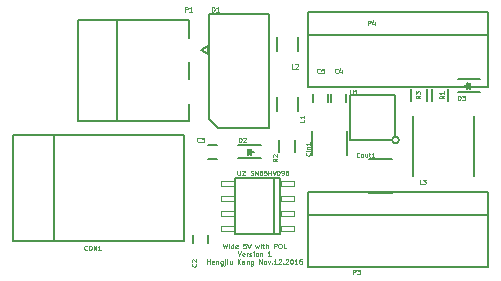
<source format=gbr>
G04 #@! TF.FileFunction,Legend,Top*
%FSLAX46Y46*%
G04 Gerber Fmt 4.6, Leading zero omitted, Abs format (unit mm)*
G04 Created by KiCad (PCBNEW 4.0.4-stable) date 11/12/16 20:40:28*
%MOMM*%
%LPD*%
G01*
G04 APERTURE LIST*
%ADD10C,0.100000*%
%ADD11C,0.050800*%
%ADD12C,0.150000*%
%ADD13C,0.066040*%
%ADD14C,0.203200*%
G04 APERTURE END LIST*
D10*
D11*
X125110724Y-117481048D02*
X125207486Y-117887448D01*
X125284896Y-117597162D01*
X125362305Y-117887448D01*
X125459067Y-117481048D01*
X125613886Y-117887448D02*
X125613886Y-117616514D01*
X125613886Y-117481048D02*
X125594534Y-117500400D01*
X125613886Y-117519752D01*
X125633238Y-117500400D01*
X125613886Y-117481048D01*
X125613886Y-117519752D01*
X125981581Y-117887448D02*
X125981581Y-117481048D01*
X125981581Y-117868095D02*
X125942877Y-117887448D01*
X125865467Y-117887448D01*
X125826762Y-117868095D01*
X125807410Y-117848743D01*
X125788058Y-117810038D01*
X125788058Y-117693924D01*
X125807410Y-117655219D01*
X125826762Y-117635867D01*
X125865467Y-117616514D01*
X125942877Y-117616514D01*
X125981581Y-117635867D01*
X126329924Y-117868095D02*
X126291219Y-117887448D01*
X126213810Y-117887448D01*
X126175105Y-117868095D01*
X126155753Y-117829390D01*
X126155753Y-117674571D01*
X126175105Y-117635867D01*
X126213810Y-117616514D01*
X126291219Y-117616514D01*
X126329924Y-117635867D01*
X126349276Y-117674571D01*
X126349276Y-117713276D01*
X126155753Y-117751981D01*
X127026610Y-117481048D02*
X126833086Y-117481048D01*
X126813734Y-117674571D01*
X126833086Y-117655219D01*
X126871791Y-117635867D01*
X126968553Y-117635867D01*
X127007257Y-117655219D01*
X127026610Y-117674571D01*
X127045962Y-117713276D01*
X127045962Y-117810038D01*
X127026610Y-117848743D01*
X127007257Y-117868095D01*
X126968553Y-117887448D01*
X126871791Y-117887448D01*
X126833086Y-117868095D01*
X126813734Y-117848743D01*
X127162077Y-117481048D02*
X127297543Y-117887448D01*
X127433010Y-117481048D01*
X127839410Y-117616514D02*
X127916820Y-117887448D01*
X127994229Y-117693924D01*
X128071639Y-117887448D01*
X128149048Y-117616514D01*
X128303867Y-117887448D02*
X128303867Y-117616514D01*
X128303867Y-117481048D02*
X128284515Y-117500400D01*
X128303867Y-117519752D01*
X128323219Y-117500400D01*
X128303867Y-117481048D01*
X128303867Y-117519752D01*
X128439334Y-117616514D02*
X128594153Y-117616514D01*
X128497391Y-117481048D02*
X128497391Y-117829390D01*
X128516743Y-117868095D01*
X128555448Y-117887448D01*
X128594153Y-117887448D01*
X128729620Y-117887448D02*
X128729620Y-117481048D01*
X128903791Y-117887448D02*
X128903791Y-117674571D01*
X128884439Y-117635867D01*
X128845734Y-117616514D01*
X128787677Y-117616514D01*
X128748972Y-117635867D01*
X128729620Y-117655219D01*
X129406953Y-117887448D02*
X129406953Y-117481048D01*
X129561772Y-117481048D01*
X129600477Y-117500400D01*
X129619829Y-117519752D01*
X129639181Y-117558457D01*
X129639181Y-117616514D01*
X129619829Y-117655219D01*
X129600477Y-117674571D01*
X129561772Y-117693924D01*
X129406953Y-117693924D01*
X129890762Y-117481048D02*
X129968172Y-117481048D01*
X130006877Y-117500400D01*
X130045581Y-117539105D01*
X130064934Y-117616514D01*
X130064934Y-117751981D01*
X130045581Y-117829390D01*
X130006877Y-117868095D01*
X129968172Y-117887448D01*
X129890762Y-117887448D01*
X129852058Y-117868095D01*
X129813353Y-117829390D01*
X129794001Y-117751981D01*
X129794001Y-117616514D01*
X129813353Y-117539105D01*
X129852058Y-117500400D01*
X129890762Y-117481048D01*
X130432629Y-117887448D02*
X130239105Y-117887448D01*
X130239105Y-117481048D01*
X126349277Y-118141448D02*
X126484743Y-118547848D01*
X126620210Y-118141448D01*
X126910496Y-118528495D02*
X126871791Y-118547848D01*
X126794382Y-118547848D01*
X126755677Y-118528495D01*
X126736325Y-118489790D01*
X126736325Y-118334971D01*
X126755677Y-118296267D01*
X126794382Y-118276914D01*
X126871791Y-118276914D01*
X126910496Y-118296267D01*
X126929848Y-118334971D01*
X126929848Y-118373676D01*
X126736325Y-118412381D01*
X127104020Y-118547848D02*
X127104020Y-118276914D01*
X127104020Y-118354324D02*
X127123372Y-118315619D01*
X127142725Y-118296267D01*
X127181429Y-118276914D01*
X127220134Y-118276914D01*
X127336249Y-118528495D02*
X127374953Y-118547848D01*
X127452363Y-118547848D01*
X127491068Y-118528495D01*
X127510420Y-118489790D01*
X127510420Y-118470438D01*
X127491068Y-118431733D01*
X127452363Y-118412381D01*
X127394306Y-118412381D01*
X127355601Y-118393029D01*
X127336249Y-118354324D01*
X127336249Y-118334971D01*
X127355601Y-118296267D01*
X127394306Y-118276914D01*
X127452363Y-118276914D01*
X127491068Y-118296267D01*
X127684591Y-118547848D02*
X127684591Y-118276914D01*
X127684591Y-118141448D02*
X127665239Y-118160800D01*
X127684591Y-118180152D01*
X127703943Y-118160800D01*
X127684591Y-118141448D01*
X127684591Y-118180152D01*
X127936172Y-118547848D02*
X127897467Y-118528495D01*
X127878115Y-118509143D01*
X127858763Y-118470438D01*
X127858763Y-118354324D01*
X127878115Y-118315619D01*
X127897467Y-118296267D01*
X127936172Y-118276914D01*
X127994229Y-118276914D01*
X128032934Y-118296267D01*
X128052286Y-118315619D01*
X128071639Y-118354324D01*
X128071639Y-118470438D01*
X128052286Y-118509143D01*
X128032934Y-118528495D01*
X127994229Y-118547848D01*
X127936172Y-118547848D01*
X128245810Y-118276914D02*
X128245810Y-118547848D01*
X128245810Y-118315619D02*
X128265162Y-118296267D01*
X128303867Y-118276914D01*
X128361924Y-118276914D01*
X128400629Y-118296267D01*
X128419981Y-118334971D01*
X128419981Y-118547848D01*
X129136019Y-118547848D02*
X128903791Y-118547848D01*
X129019905Y-118547848D02*
X129019905Y-118141448D01*
X128981200Y-118199505D01*
X128942495Y-118238210D01*
X128903791Y-118257562D01*
X123756057Y-119208248D02*
X123756057Y-118801848D01*
X123756057Y-118995371D02*
X123988285Y-118995371D01*
X123988285Y-119208248D02*
X123988285Y-118801848D01*
X124336628Y-119188895D02*
X124297923Y-119208248D01*
X124220514Y-119208248D01*
X124181809Y-119188895D01*
X124162457Y-119150190D01*
X124162457Y-118995371D01*
X124181809Y-118956667D01*
X124220514Y-118937314D01*
X124297923Y-118937314D01*
X124336628Y-118956667D01*
X124355980Y-118995371D01*
X124355980Y-119034076D01*
X124162457Y-119072781D01*
X124530152Y-118937314D02*
X124530152Y-119208248D01*
X124530152Y-118976019D02*
X124549504Y-118956667D01*
X124588209Y-118937314D01*
X124646266Y-118937314D01*
X124684971Y-118956667D01*
X124704323Y-118995371D01*
X124704323Y-119208248D01*
X125072018Y-118937314D02*
X125072018Y-119266305D01*
X125052666Y-119305010D01*
X125033314Y-119324362D01*
X124994609Y-119343714D01*
X124936552Y-119343714D01*
X124897847Y-119324362D01*
X125072018Y-119188895D02*
X125033314Y-119208248D01*
X124955904Y-119208248D01*
X124917199Y-119188895D01*
X124897847Y-119169543D01*
X124878495Y-119130838D01*
X124878495Y-119014724D01*
X124897847Y-118976019D01*
X124917199Y-118956667D01*
X124955904Y-118937314D01*
X125033314Y-118937314D01*
X125072018Y-118956667D01*
X125265542Y-118937314D02*
X125265542Y-119285657D01*
X125246190Y-119324362D01*
X125207485Y-119343714D01*
X125188132Y-119343714D01*
X125265542Y-118801848D02*
X125246190Y-118821200D01*
X125265542Y-118840552D01*
X125284894Y-118821200D01*
X125265542Y-118801848D01*
X125265542Y-118840552D01*
X125459066Y-119208248D02*
X125459066Y-118937314D01*
X125459066Y-118801848D02*
X125439714Y-118821200D01*
X125459066Y-118840552D01*
X125478418Y-118821200D01*
X125459066Y-118801848D01*
X125459066Y-118840552D01*
X125826761Y-118937314D02*
X125826761Y-119208248D01*
X125652590Y-118937314D02*
X125652590Y-119150190D01*
X125671942Y-119188895D01*
X125710647Y-119208248D01*
X125768704Y-119208248D01*
X125807409Y-119188895D01*
X125826761Y-119169543D01*
X126329923Y-119208248D02*
X126329923Y-118801848D01*
X126562151Y-119208248D02*
X126387980Y-118976019D01*
X126562151Y-118801848D02*
X126329923Y-119034076D01*
X126910494Y-119208248D02*
X126910494Y-118995371D01*
X126891142Y-118956667D01*
X126852437Y-118937314D01*
X126775028Y-118937314D01*
X126736323Y-118956667D01*
X126910494Y-119188895D02*
X126871790Y-119208248D01*
X126775028Y-119208248D01*
X126736323Y-119188895D01*
X126716971Y-119150190D01*
X126716971Y-119111486D01*
X126736323Y-119072781D01*
X126775028Y-119053429D01*
X126871790Y-119053429D01*
X126910494Y-119034076D01*
X127104018Y-118937314D02*
X127104018Y-119208248D01*
X127104018Y-118976019D02*
X127123370Y-118956667D01*
X127162075Y-118937314D01*
X127220132Y-118937314D01*
X127258837Y-118956667D01*
X127278189Y-118995371D01*
X127278189Y-119208248D01*
X127645884Y-118937314D02*
X127645884Y-119266305D01*
X127626532Y-119305010D01*
X127607180Y-119324362D01*
X127568475Y-119343714D01*
X127510418Y-119343714D01*
X127471713Y-119324362D01*
X127645884Y-119188895D02*
X127607180Y-119208248D01*
X127529770Y-119208248D01*
X127491065Y-119188895D01*
X127471713Y-119169543D01*
X127452361Y-119130838D01*
X127452361Y-119014724D01*
X127471713Y-118976019D01*
X127491065Y-118956667D01*
X127529770Y-118937314D01*
X127607180Y-118937314D01*
X127645884Y-118956667D01*
X128149046Y-119208248D02*
X128149046Y-118801848D01*
X128381274Y-119208248D01*
X128381274Y-118801848D01*
X128632855Y-119208248D02*
X128594150Y-119188895D01*
X128574798Y-119169543D01*
X128555446Y-119130838D01*
X128555446Y-119014724D01*
X128574798Y-118976019D01*
X128594150Y-118956667D01*
X128632855Y-118937314D01*
X128690912Y-118937314D01*
X128729617Y-118956667D01*
X128748969Y-118976019D01*
X128768322Y-119014724D01*
X128768322Y-119130838D01*
X128748969Y-119169543D01*
X128729617Y-119188895D01*
X128690912Y-119208248D01*
X128632855Y-119208248D01*
X128903788Y-118937314D02*
X129000550Y-119208248D01*
X129097312Y-118937314D01*
X129252131Y-119169543D02*
X129271483Y-119188895D01*
X129252131Y-119208248D01*
X129232779Y-119188895D01*
X129252131Y-119169543D01*
X129252131Y-119208248D01*
X129658531Y-119208248D02*
X129426303Y-119208248D01*
X129542417Y-119208248D02*
X129542417Y-118801848D01*
X129503712Y-118859905D01*
X129465007Y-118898610D01*
X129426303Y-118917962D01*
X129813351Y-118840552D02*
X129832703Y-118821200D01*
X129871408Y-118801848D01*
X129968170Y-118801848D01*
X130006874Y-118821200D01*
X130026227Y-118840552D01*
X130045579Y-118879257D01*
X130045579Y-118917962D01*
X130026227Y-118976019D01*
X129793998Y-119208248D01*
X130045579Y-119208248D01*
X130219751Y-119169543D02*
X130239103Y-119188895D01*
X130219751Y-119208248D01*
X130200399Y-119188895D01*
X130219751Y-119169543D01*
X130219751Y-119208248D01*
X130393923Y-118840552D02*
X130413275Y-118821200D01*
X130451980Y-118801848D01*
X130548742Y-118801848D01*
X130587446Y-118821200D01*
X130606799Y-118840552D01*
X130626151Y-118879257D01*
X130626151Y-118917962D01*
X130606799Y-118976019D01*
X130374570Y-119208248D01*
X130626151Y-119208248D01*
X130877732Y-118801848D02*
X130916437Y-118801848D01*
X130955142Y-118821200D01*
X130974494Y-118840552D01*
X130993847Y-118879257D01*
X131013199Y-118956667D01*
X131013199Y-119053429D01*
X130993847Y-119130838D01*
X130974494Y-119169543D01*
X130955142Y-119188895D01*
X130916437Y-119208248D01*
X130877732Y-119208248D01*
X130839028Y-119188895D01*
X130819675Y-119169543D01*
X130800323Y-119130838D01*
X130780971Y-119053429D01*
X130780971Y-118956667D01*
X130800323Y-118879257D01*
X130819675Y-118840552D01*
X130839028Y-118821200D01*
X130877732Y-118801848D01*
X131400247Y-119208248D02*
X131168019Y-119208248D01*
X131284133Y-119208248D02*
X131284133Y-118801848D01*
X131245428Y-118859905D01*
X131206723Y-118898610D01*
X131168019Y-118917962D01*
X131748590Y-118801848D02*
X131671181Y-118801848D01*
X131632476Y-118821200D01*
X131613124Y-118840552D01*
X131574419Y-118898610D01*
X131555067Y-118976019D01*
X131555067Y-119130838D01*
X131574419Y-119169543D01*
X131593771Y-119188895D01*
X131632476Y-119208248D01*
X131709886Y-119208248D01*
X131748590Y-119188895D01*
X131767943Y-119169543D01*
X131787295Y-119130838D01*
X131787295Y-119034076D01*
X131767943Y-118995371D01*
X131748590Y-118976019D01*
X131709886Y-118956667D01*
X131632476Y-118956667D01*
X131593771Y-118976019D01*
X131574419Y-118995371D01*
X131555067Y-119034076D01*
D12*
X122590000Y-117444000D02*
X122590000Y-116744000D01*
X123790000Y-116744000D02*
X123790000Y-117444000D01*
X123856000Y-109128000D02*
X124556000Y-109128000D01*
X124556000Y-110328000D02*
X123856000Y-110328000D01*
X135474000Y-104806000D02*
X135474000Y-105506000D01*
X134274000Y-105506000D02*
X134274000Y-104806000D01*
X132750000Y-105506000D02*
X132750000Y-104806000D01*
X133950000Y-104806000D02*
X133950000Y-105506000D01*
X135587000Y-109966000D02*
X135587000Y-107966000D01*
X132637000Y-107966000D02*
X132637000Y-109966000D01*
X137430000Y-113235000D02*
X139430000Y-113235000D01*
X139430000Y-110285000D02*
X137430000Y-110285000D01*
X129032000Y-107696000D02*
X124714000Y-107696000D01*
X124714000Y-107696000D02*
X123952000Y-106934000D01*
X123952000Y-106934000D02*
X123952000Y-98044000D01*
X123952000Y-98044000D02*
X124968000Y-98044000D01*
X129037000Y-107670000D02*
X129037000Y-98070000D01*
X129037000Y-98070000D02*
X124947000Y-98070000D01*
X129681000Y-106264000D02*
X129681000Y-105064000D01*
X131431000Y-105064000D02*
X131431000Y-106264000D01*
X131431000Y-99984000D02*
X131431000Y-101184000D01*
X129681000Y-101184000D02*
X129681000Y-99984000D01*
X122184000Y-98562000D02*
X112824000Y-98562000D01*
X112824000Y-98562000D02*
X112824000Y-107122000D01*
X112824000Y-107122000D02*
X122184000Y-107122000D01*
X122184000Y-98562000D02*
X122184000Y-100042000D01*
X122184000Y-107122000D02*
X122184000Y-105642000D01*
X122184000Y-102142000D02*
X122184000Y-103542000D01*
X116104000Y-98562000D02*
X116104000Y-107122000D01*
X123204000Y-101092000D02*
X123804000Y-101392000D01*
X123804000Y-101392000D02*
X123804000Y-100792000D01*
X123804000Y-100792000D02*
X123204000Y-101092000D01*
X141057000Y-105402000D02*
X141057000Y-104402000D01*
X142407000Y-104402000D02*
X142407000Y-105402000D01*
D13*
X131114800Y-116448840D02*
X131114800Y-115958620D01*
X131114800Y-115958620D02*
X130014980Y-115958620D01*
X130014980Y-116448840D02*
X130014980Y-115958620D01*
X131114800Y-116448840D02*
X130014980Y-116448840D01*
X131114800Y-115178840D02*
X131114800Y-114688620D01*
X131114800Y-114688620D02*
X130014980Y-114688620D01*
X130014980Y-115178840D02*
X130014980Y-114688620D01*
X131114800Y-115178840D02*
X130014980Y-115178840D01*
X131114800Y-113911380D02*
X131114800Y-113421160D01*
X131114800Y-113421160D02*
X130014980Y-113421160D01*
X130014980Y-113911380D02*
X130014980Y-113421160D01*
X131114800Y-113911380D02*
X130014980Y-113911380D01*
X131114800Y-112641380D02*
X131114800Y-112151160D01*
X131114800Y-112151160D02*
X130014980Y-112151160D01*
X130014980Y-112641380D02*
X130014980Y-112151160D01*
X131114800Y-112641380D02*
X130014980Y-112641380D01*
X126017020Y-112641380D02*
X126017020Y-112151160D01*
X126017020Y-112151160D02*
X124917200Y-112151160D01*
X124917200Y-112641380D02*
X124917200Y-112151160D01*
X126017020Y-112641380D02*
X124917200Y-112641380D01*
X126017020Y-113911380D02*
X126017020Y-113421160D01*
X126017020Y-113421160D02*
X124917200Y-113421160D01*
X124917200Y-113911380D02*
X124917200Y-113421160D01*
X126017020Y-113911380D02*
X124917200Y-113911380D01*
X126017020Y-115178840D02*
X126017020Y-114688620D01*
X126017020Y-114688620D02*
X124917200Y-114688620D01*
X124917200Y-115178840D02*
X124917200Y-114688620D01*
X126017020Y-115178840D02*
X124917200Y-115178840D01*
X126017020Y-116448840D02*
X126017020Y-115958620D01*
X126017020Y-115958620D02*
X124917200Y-115958620D01*
X124917200Y-116448840D02*
X124917200Y-115958620D01*
X126017020Y-116448840D02*
X124917200Y-116448840D01*
D14*
X126116080Y-111902240D02*
X129415540Y-111902240D01*
X129415540Y-111902240D02*
X129915920Y-111902240D01*
X129915920Y-111902240D02*
X129915920Y-116697760D01*
X129915920Y-116697760D02*
X129415540Y-116697760D01*
X129415540Y-116697760D02*
X126116080Y-116697760D01*
X126116080Y-116697760D02*
X126116080Y-111902240D01*
X129415540Y-111902240D02*
X129415540Y-116697760D01*
D12*
X146364000Y-106670000D02*
X146364000Y-111770000D01*
X141164000Y-106670000D02*
X141164000Y-111770000D01*
X139954000Y-119507000D02*
X147574000Y-119507000D01*
X139954000Y-115062000D02*
X147574000Y-115062000D01*
X139954000Y-113157000D02*
X147574000Y-113157000D01*
X132334000Y-113157000D02*
X132334000Y-119507000D01*
X147574000Y-113157000D02*
X147574000Y-119507000D01*
X139954000Y-115062000D02*
X132334000Y-115062000D01*
X132334000Y-113157000D02*
X139954000Y-113157000D01*
X139954000Y-119507000D02*
X132334000Y-119507000D01*
X139954000Y-104267000D02*
X147574000Y-104267000D01*
X139954000Y-99822000D02*
X147574000Y-99822000D01*
X139954000Y-97917000D02*
X147574000Y-97917000D01*
X132334000Y-97917000D02*
X132334000Y-104267000D01*
X147574000Y-97917000D02*
X147574000Y-104267000D01*
X139954000Y-99822000D02*
X132334000Y-99822000D01*
X132334000Y-97917000D02*
X139954000Y-97917000D01*
X139954000Y-104267000D02*
X132334000Y-104267000D01*
X139446000Y-108712000D02*
X135890000Y-108712000D01*
X135890000Y-108712000D02*
X135890000Y-104902000D01*
X135890000Y-104902000D02*
X139700000Y-104902000D01*
X139700000Y-104902000D02*
X139700000Y-108458000D01*
X139983981Y-108712000D02*
G75*
G03X139983981Y-108712000I-283981J0D01*
G01*
X110807500Y-108275120D02*
X110807500Y-117276880D01*
X107307380Y-108275120D02*
X107307380Y-117276880D01*
X107307380Y-117276880D02*
X121808240Y-117276880D01*
X121808240Y-117276880D02*
X121808240Y-108275120D01*
X121808240Y-108275120D02*
X107307380Y-108275120D01*
X126408000Y-110278000D02*
X128308000Y-110278000D01*
X126408000Y-109178000D02*
X128308000Y-109178000D01*
X127308000Y-109728000D02*
X127758000Y-109728000D01*
X127258000Y-109478000D02*
X127258000Y-109978000D01*
X127258000Y-109728000D02*
X127508000Y-109478000D01*
X127508000Y-109478000D02*
X127508000Y-109978000D01*
X127508000Y-109978000D02*
X127258000Y-109728000D01*
X129881000Y-109720000D02*
X129881000Y-108720000D01*
X131231000Y-108720000D02*
X131231000Y-109720000D01*
X146896000Y-103590000D02*
X144996000Y-103590000D01*
X146896000Y-104690000D02*
X144996000Y-104690000D01*
X145996000Y-104140000D02*
X145546000Y-104140000D01*
X146046000Y-104390000D02*
X146046000Y-103890000D01*
X146046000Y-104140000D02*
X145796000Y-104390000D01*
X145796000Y-104390000D02*
X145796000Y-103890000D01*
X145796000Y-103890000D02*
X146046000Y-104140000D01*
X144185000Y-104402000D02*
X144185000Y-105402000D01*
X142835000Y-105402000D02*
X142835000Y-104402000D01*
D11*
X122818071Y-119189499D02*
X122836214Y-119207642D01*
X122854357Y-119262071D01*
X122854357Y-119298357D01*
X122836214Y-119352785D01*
X122799929Y-119389071D01*
X122763643Y-119407214D01*
X122691071Y-119425357D01*
X122636643Y-119425357D01*
X122564071Y-119407214D01*
X122527786Y-119389071D01*
X122491500Y-119352785D01*
X122473357Y-119298357D01*
X122473357Y-119262071D01*
X122491500Y-119207642D01*
X122509643Y-119189499D01*
X122509643Y-119044357D02*
X122491500Y-119026214D01*
X122473357Y-118989928D01*
X122473357Y-118899214D01*
X122491500Y-118862928D01*
X122509643Y-118844785D01*
X122545929Y-118826642D01*
X122582214Y-118826642D01*
X122636643Y-118844785D01*
X122854357Y-119062499D01*
X122854357Y-118826642D01*
X123126501Y-108848071D02*
X123108358Y-108866214D01*
X123053929Y-108884357D01*
X123017643Y-108884357D01*
X122963215Y-108866214D01*
X122926929Y-108829929D01*
X122908786Y-108793643D01*
X122890643Y-108721071D01*
X122890643Y-108666643D01*
X122908786Y-108594071D01*
X122926929Y-108557786D01*
X122963215Y-108521500D01*
X123017643Y-108503357D01*
X123053929Y-108503357D01*
X123108358Y-108521500D01*
X123126501Y-108539643D01*
X123253501Y-108503357D02*
X123489358Y-108503357D01*
X123362358Y-108648500D01*
X123416786Y-108648500D01*
X123453072Y-108666643D01*
X123471215Y-108684786D01*
X123489358Y-108721071D01*
X123489358Y-108811786D01*
X123471215Y-108848071D01*
X123453072Y-108866214D01*
X123416786Y-108884357D01*
X123307929Y-108884357D01*
X123271643Y-108866214D01*
X123253501Y-108848071D01*
X134810501Y-103006071D02*
X134792358Y-103024214D01*
X134737929Y-103042357D01*
X134701643Y-103042357D01*
X134647215Y-103024214D01*
X134610929Y-102987929D01*
X134592786Y-102951643D01*
X134574643Y-102879071D01*
X134574643Y-102824643D01*
X134592786Y-102752071D01*
X134610929Y-102715786D01*
X134647215Y-102679500D01*
X134701643Y-102661357D01*
X134737929Y-102661357D01*
X134792358Y-102679500D01*
X134810501Y-102697643D01*
X135137072Y-102788357D02*
X135137072Y-103042357D01*
X135046358Y-102643214D02*
X134955643Y-102915357D01*
X135191501Y-102915357D01*
X133286501Y-103006071D02*
X133268358Y-103024214D01*
X133213929Y-103042357D01*
X133177643Y-103042357D01*
X133123215Y-103024214D01*
X133086929Y-102987929D01*
X133068786Y-102951643D01*
X133050643Y-102879071D01*
X133050643Y-102824643D01*
X133068786Y-102752071D01*
X133086929Y-102715786D01*
X133123215Y-102679500D01*
X133177643Y-102661357D01*
X133213929Y-102661357D01*
X133268358Y-102679500D01*
X133286501Y-102697643D01*
X133631215Y-102661357D02*
X133449786Y-102661357D01*
X133431643Y-102842786D01*
X133449786Y-102824643D01*
X133486072Y-102806500D01*
X133576786Y-102806500D01*
X133613072Y-102824643D01*
X133631215Y-102842786D01*
X133649358Y-102879071D01*
X133649358Y-102969786D01*
X133631215Y-103006071D01*
X133613072Y-103024214D01*
X133576786Y-103042357D01*
X133486072Y-103042357D01*
X133449786Y-103024214D01*
X133431643Y-103006071D01*
X132470071Y-109800571D02*
X132488214Y-109818714D01*
X132506357Y-109873143D01*
X132506357Y-109909429D01*
X132488214Y-109963857D01*
X132451929Y-110000143D01*
X132415643Y-110018286D01*
X132343071Y-110036429D01*
X132288643Y-110036429D01*
X132216071Y-110018286D01*
X132179786Y-110000143D01*
X132143500Y-109963857D01*
X132125357Y-109909429D01*
X132125357Y-109873143D01*
X132143500Y-109818714D01*
X132161643Y-109800571D01*
X132506357Y-109637286D02*
X132252357Y-109637286D01*
X132125357Y-109637286D02*
X132143500Y-109655429D01*
X132161643Y-109637286D01*
X132143500Y-109619143D01*
X132125357Y-109637286D01*
X132161643Y-109637286D01*
X132252357Y-109455857D02*
X132506357Y-109455857D01*
X132288643Y-109455857D02*
X132270500Y-109437714D01*
X132252357Y-109401428D01*
X132252357Y-109347000D01*
X132270500Y-109310714D01*
X132306786Y-109292571D01*
X132506357Y-109292571D01*
X132506357Y-108911571D02*
X132506357Y-109129286D01*
X132506357Y-109020428D02*
X132125357Y-109020428D01*
X132179786Y-109056714D01*
X132216071Y-109093000D01*
X132234214Y-109129286D01*
X136642930Y-110118071D02*
X136624787Y-110136214D01*
X136570358Y-110154357D01*
X136534072Y-110154357D01*
X136479644Y-110136214D01*
X136443358Y-110099929D01*
X136425215Y-110063643D01*
X136407072Y-109991071D01*
X136407072Y-109936643D01*
X136425215Y-109864071D01*
X136443358Y-109827786D01*
X136479644Y-109791500D01*
X136534072Y-109773357D01*
X136570358Y-109773357D01*
X136624787Y-109791500D01*
X136642930Y-109809643D01*
X136860644Y-110154357D02*
X136824358Y-110136214D01*
X136806215Y-110118071D01*
X136788072Y-110081786D01*
X136788072Y-109972929D01*
X136806215Y-109936643D01*
X136824358Y-109918500D01*
X136860644Y-109900357D01*
X136915072Y-109900357D01*
X136951358Y-109918500D01*
X136969501Y-109936643D01*
X136987644Y-109972929D01*
X136987644Y-110081786D01*
X136969501Y-110118071D01*
X136951358Y-110136214D01*
X136915072Y-110154357D01*
X136860644Y-110154357D01*
X137314215Y-109900357D02*
X137314215Y-110154357D01*
X137150929Y-109900357D02*
X137150929Y-110099929D01*
X137169072Y-110136214D01*
X137205358Y-110154357D01*
X137259786Y-110154357D01*
X137296072Y-110136214D01*
X137314215Y-110118071D01*
X137441215Y-109900357D02*
X137586358Y-109900357D01*
X137495643Y-109773357D02*
X137495643Y-110099929D01*
X137513786Y-110136214D01*
X137550072Y-110154357D01*
X137586358Y-110154357D01*
X137912929Y-110154357D02*
X137695214Y-110154357D01*
X137804072Y-110154357D02*
X137804072Y-109773357D01*
X137767786Y-109827786D01*
X137731500Y-109864071D01*
X137695214Y-109882214D01*
X124178786Y-97835357D02*
X124178786Y-97454357D01*
X124269501Y-97454357D01*
X124323929Y-97472500D01*
X124360215Y-97508786D01*
X124378358Y-97545071D01*
X124396501Y-97617643D01*
X124396501Y-97672071D01*
X124378358Y-97744643D01*
X124360215Y-97780929D01*
X124323929Y-97817214D01*
X124269501Y-97835357D01*
X124178786Y-97835357D01*
X124759358Y-97835357D02*
X124541643Y-97835357D01*
X124650501Y-97835357D02*
X124650501Y-97454357D01*
X124614215Y-97508786D01*
X124577929Y-97545071D01*
X124541643Y-97563214D01*
X131998357Y-106997500D02*
X131998357Y-107178929D01*
X131617357Y-107178929D01*
X131998357Y-106670928D02*
X131998357Y-106888643D01*
X131998357Y-106779785D02*
X131617357Y-106779785D01*
X131671786Y-106816071D01*
X131708071Y-106852357D01*
X131726214Y-106888643D01*
X131127500Y-102661357D02*
X130946071Y-102661357D01*
X130946071Y-102280357D01*
X131236357Y-102316643D02*
X131254500Y-102298500D01*
X131290786Y-102280357D01*
X131381500Y-102280357D01*
X131417786Y-102298500D01*
X131435929Y-102316643D01*
X131454072Y-102352929D01*
X131454072Y-102389214D01*
X131435929Y-102443643D01*
X131218215Y-102661357D01*
X131454072Y-102661357D01*
X121892786Y-97835357D02*
X121892786Y-97454357D01*
X122037929Y-97454357D01*
X122074215Y-97472500D01*
X122092358Y-97490643D01*
X122110501Y-97526929D01*
X122110501Y-97581357D01*
X122092358Y-97617643D01*
X122074215Y-97635786D01*
X122037929Y-97653929D01*
X121892786Y-97653929D01*
X122473358Y-97835357D02*
X122255643Y-97835357D01*
X122364501Y-97835357D02*
X122364501Y-97454357D01*
X122328215Y-97508786D01*
X122291929Y-97545071D01*
X122255643Y-97563214D01*
X143804357Y-104965499D02*
X143622929Y-105092499D01*
X143804357Y-105183214D02*
X143423357Y-105183214D01*
X143423357Y-105038071D01*
X143441500Y-105001785D01*
X143459643Y-104983642D01*
X143495929Y-104965499D01*
X143550357Y-104965499D01*
X143586643Y-104983642D01*
X143604786Y-105001785D01*
X143622929Y-105038071D01*
X143622929Y-105183214D01*
X143804357Y-104602642D02*
X143804357Y-104820357D01*
X143804357Y-104711499D02*
X143423357Y-104711499D01*
X143477786Y-104747785D01*
X143514071Y-104784071D01*
X143532214Y-104820357D01*
X126328714Y-111297357D02*
X126328714Y-111605786D01*
X126346857Y-111642071D01*
X126365000Y-111660214D01*
X126401286Y-111678357D01*
X126473857Y-111678357D01*
X126510143Y-111660214D01*
X126528286Y-111642071D01*
X126546429Y-111605786D01*
X126546429Y-111297357D01*
X126709714Y-111333643D02*
X126727857Y-111315500D01*
X126764143Y-111297357D01*
X126854857Y-111297357D01*
X126891143Y-111315500D01*
X126909286Y-111333643D01*
X126927429Y-111369929D01*
X126927429Y-111406214D01*
X126909286Y-111460643D01*
X126691572Y-111678357D01*
X126927429Y-111678357D01*
X127444500Y-111660214D02*
X127498929Y-111678357D01*
X127589643Y-111678357D01*
X127625929Y-111660214D01*
X127644072Y-111642071D01*
X127662215Y-111605786D01*
X127662215Y-111569500D01*
X127644072Y-111533214D01*
X127625929Y-111515071D01*
X127589643Y-111496929D01*
X127517072Y-111478786D01*
X127480786Y-111460643D01*
X127462643Y-111442500D01*
X127444500Y-111406214D01*
X127444500Y-111369929D01*
X127462643Y-111333643D01*
X127480786Y-111315500D01*
X127517072Y-111297357D01*
X127607786Y-111297357D01*
X127662215Y-111315500D01*
X127825500Y-111678357D02*
X127825500Y-111297357D01*
X128043215Y-111678357D01*
X128043215Y-111297357D01*
X128387929Y-111297357D02*
X128315358Y-111297357D01*
X128279072Y-111315500D01*
X128260929Y-111333643D01*
X128224643Y-111388071D01*
X128206500Y-111460643D01*
X128206500Y-111605786D01*
X128224643Y-111642071D01*
X128242786Y-111660214D01*
X128279072Y-111678357D01*
X128351643Y-111678357D01*
X128387929Y-111660214D01*
X128406072Y-111642071D01*
X128424215Y-111605786D01*
X128424215Y-111515071D01*
X128406072Y-111478786D01*
X128387929Y-111460643D01*
X128351643Y-111442500D01*
X128279072Y-111442500D01*
X128242786Y-111460643D01*
X128224643Y-111478786D01*
X128206500Y-111515071D01*
X128768929Y-111297357D02*
X128587500Y-111297357D01*
X128569357Y-111478786D01*
X128587500Y-111460643D01*
X128623786Y-111442500D01*
X128714500Y-111442500D01*
X128750786Y-111460643D01*
X128768929Y-111478786D01*
X128787072Y-111515071D01*
X128787072Y-111605786D01*
X128768929Y-111642071D01*
X128750786Y-111660214D01*
X128714500Y-111678357D01*
X128623786Y-111678357D01*
X128587500Y-111660214D01*
X128569357Y-111642071D01*
X128950357Y-111678357D02*
X128950357Y-111297357D01*
X128950357Y-111478786D02*
X129168072Y-111478786D01*
X129168072Y-111678357D02*
X129168072Y-111297357D01*
X129295072Y-111297357D02*
X129422072Y-111678357D01*
X129549072Y-111297357D01*
X129676071Y-111678357D02*
X129676071Y-111297357D01*
X129766786Y-111297357D01*
X129821214Y-111315500D01*
X129857500Y-111351786D01*
X129875643Y-111388071D01*
X129893786Y-111460643D01*
X129893786Y-111515071D01*
X129875643Y-111587643D01*
X129857500Y-111623929D01*
X129821214Y-111660214D01*
X129766786Y-111678357D01*
X129676071Y-111678357D01*
X130075214Y-111678357D02*
X130147786Y-111678357D01*
X130184071Y-111660214D01*
X130202214Y-111642071D01*
X130238500Y-111587643D01*
X130256643Y-111515071D01*
X130256643Y-111369929D01*
X130238500Y-111333643D01*
X130220357Y-111315500D01*
X130184071Y-111297357D01*
X130111500Y-111297357D01*
X130075214Y-111315500D01*
X130057071Y-111333643D01*
X130038928Y-111369929D01*
X130038928Y-111460643D01*
X130057071Y-111496929D01*
X130075214Y-111515071D01*
X130111500Y-111533214D01*
X130184071Y-111533214D01*
X130220357Y-111515071D01*
X130238500Y-111496929D01*
X130256643Y-111460643D01*
X130583214Y-111297357D02*
X130510643Y-111297357D01*
X130474357Y-111315500D01*
X130456214Y-111333643D01*
X130419928Y-111388071D01*
X130401785Y-111460643D01*
X130401785Y-111605786D01*
X130419928Y-111642071D01*
X130438071Y-111660214D01*
X130474357Y-111678357D01*
X130546928Y-111678357D01*
X130583214Y-111660214D01*
X130601357Y-111642071D01*
X130619500Y-111605786D01*
X130619500Y-111515071D01*
X130601357Y-111478786D01*
X130583214Y-111460643D01*
X130546928Y-111442500D01*
X130474357Y-111442500D01*
X130438071Y-111460643D01*
X130419928Y-111478786D01*
X130401785Y-111515071D01*
X141922500Y-112440357D02*
X141741071Y-112440357D01*
X141741071Y-112059357D01*
X142013215Y-112059357D02*
X142249072Y-112059357D01*
X142122072Y-112204500D01*
X142176500Y-112204500D01*
X142212786Y-112222643D01*
X142230929Y-112240786D01*
X142249072Y-112277071D01*
X142249072Y-112367786D01*
X142230929Y-112404071D01*
X142212786Y-112422214D01*
X142176500Y-112440357D01*
X142067643Y-112440357D01*
X142031357Y-112422214D01*
X142013215Y-112404071D01*
X136116786Y-120060357D02*
X136116786Y-119679357D01*
X136261929Y-119679357D01*
X136298215Y-119697500D01*
X136316358Y-119715643D01*
X136334501Y-119751929D01*
X136334501Y-119806357D01*
X136316358Y-119842643D01*
X136298215Y-119860786D01*
X136261929Y-119878929D01*
X136116786Y-119878929D01*
X136461501Y-119679357D02*
X136697358Y-119679357D01*
X136570358Y-119824500D01*
X136624786Y-119824500D01*
X136661072Y-119842643D01*
X136679215Y-119860786D01*
X136697358Y-119897071D01*
X136697358Y-119987786D01*
X136679215Y-120024071D01*
X136661072Y-120042214D01*
X136624786Y-120060357D01*
X136515929Y-120060357D01*
X136479643Y-120042214D01*
X136461501Y-120024071D01*
X137386786Y-98978357D02*
X137386786Y-98597357D01*
X137531929Y-98597357D01*
X137568215Y-98615500D01*
X137586358Y-98633643D01*
X137604501Y-98669929D01*
X137604501Y-98724357D01*
X137586358Y-98760643D01*
X137568215Y-98778786D01*
X137531929Y-98796929D01*
X137386786Y-98796929D01*
X137931072Y-98724357D02*
X137931072Y-98978357D01*
X137840358Y-98579214D02*
X137749643Y-98851357D01*
X137985501Y-98851357D01*
X135853714Y-104439357D02*
X135853714Y-104747786D01*
X135871857Y-104784071D01*
X135890000Y-104802214D01*
X135926286Y-104820357D01*
X135998857Y-104820357D01*
X136035143Y-104802214D01*
X136053286Y-104784071D01*
X136071429Y-104747786D01*
X136071429Y-104439357D01*
X136452429Y-104820357D02*
X136234714Y-104820357D01*
X136343572Y-104820357D02*
X136343572Y-104439357D01*
X136307286Y-104493786D01*
X136271000Y-104530071D01*
X136234714Y-104548214D01*
X113583358Y-117992071D02*
X113565215Y-118010214D01*
X113510786Y-118028357D01*
X113474500Y-118028357D01*
X113420072Y-118010214D01*
X113383786Y-117973929D01*
X113365643Y-117937643D01*
X113347500Y-117865071D01*
X113347500Y-117810643D01*
X113365643Y-117738071D01*
X113383786Y-117701786D01*
X113420072Y-117665500D01*
X113474500Y-117647357D01*
X113510786Y-117647357D01*
X113565215Y-117665500D01*
X113583358Y-117683643D01*
X113819215Y-117647357D02*
X113891786Y-117647357D01*
X113928072Y-117665500D01*
X113964358Y-117701786D01*
X113982500Y-117774357D01*
X113982500Y-117901357D01*
X113964358Y-117973929D01*
X113928072Y-118010214D01*
X113891786Y-118028357D01*
X113819215Y-118028357D01*
X113782929Y-118010214D01*
X113746643Y-117973929D01*
X113728500Y-117901357D01*
X113728500Y-117774357D01*
X113746643Y-117701786D01*
X113782929Y-117665500D01*
X113819215Y-117647357D01*
X114145786Y-118028357D02*
X114145786Y-117647357D01*
X114363501Y-118028357D01*
X114363501Y-117647357D01*
X114744501Y-118028357D02*
X114526786Y-118028357D01*
X114635644Y-118028357D02*
X114635644Y-117647357D01*
X114599358Y-117701786D01*
X114563072Y-117738071D01*
X114526786Y-117756214D01*
X126464786Y-108884357D02*
X126464786Y-108503357D01*
X126555501Y-108503357D01*
X126609929Y-108521500D01*
X126646215Y-108557786D01*
X126664358Y-108594071D01*
X126682501Y-108666643D01*
X126682501Y-108721071D01*
X126664358Y-108793643D01*
X126646215Y-108829929D01*
X126609929Y-108866214D01*
X126555501Y-108884357D01*
X126464786Y-108884357D01*
X126827643Y-108539643D02*
X126845786Y-108521500D01*
X126882072Y-108503357D01*
X126972786Y-108503357D01*
X127009072Y-108521500D01*
X127027215Y-108539643D01*
X127045358Y-108575929D01*
X127045358Y-108612214D01*
X127027215Y-108666643D01*
X126809501Y-108884357D01*
X127045358Y-108884357D01*
X129712357Y-110299499D02*
X129530929Y-110426499D01*
X129712357Y-110517214D02*
X129331357Y-110517214D01*
X129331357Y-110372071D01*
X129349500Y-110335785D01*
X129367643Y-110317642D01*
X129403929Y-110299499D01*
X129458357Y-110299499D01*
X129494643Y-110317642D01*
X129512786Y-110335785D01*
X129530929Y-110372071D01*
X129530929Y-110517214D01*
X129367643Y-110154357D02*
X129349500Y-110136214D01*
X129331357Y-110099928D01*
X129331357Y-110009214D01*
X129349500Y-109972928D01*
X129367643Y-109954785D01*
X129403929Y-109936642D01*
X129440214Y-109936642D01*
X129494643Y-109954785D01*
X129712357Y-110172499D01*
X129712357Y-109936642D01*
X145006786Y-105328357D02*
X145006786Y-104947357D01*
X145097501Y-104947357D01*
X145151929Y-104965500D01*
X145188215Y-105001786D01*
X145206358Y-105038071D01*
X145224501Y-105110643D01*
X145224501Y-105165071D01*
X145206358Y-105237643D01*
X145188215Y-105273929D01*
X145151929Y-105310214D01*
X145097501Y-105328357D01*
X145006786Y-105328357D01*
X145351501Y-104947357D02*
X145587358Y-104947357D01*
X145460358Y-105092500D01*
X145514786Y-105092500D01*
X145551072Y-105110643D01*
X145569215Y-105128786D01*
X145587358Y-105165071D01*
X145587358Y-105255786D01*
X145569215Y-105292071D01*
X145551072Y-105310214D01*
X145514786Y-105328357D01*
X145405929Y-105328357D01*
X145369643Y-105310214D01*
X145351501Y-105292071D01*
X141782357Y-104965499D02*
X141600929Y-105092499D01*
X141782357Y-105183214D02*
X141401357Y-105183214D01*
X141401357Y-105038071D01*
X141419500Y-105001785D01*
X141437643Y-104983642D01*
X141473929Y-104965499D01*
X141528357Y-104965499D01*
X141564643Y-104983642D01*
X141582786Y-105001785D01*
X141600929Y-105038071D01*
X141600929Y-105183214D01*
X141401357Y-104838499D02*
X141401357Y-104602642D01*
X141546500Y-104729642D01*
X141546500Y-104675214D01*
X141564643Y-104638928D01*
X141582786Y-104620785D01*
X141619071Y-104602642D01*
X141709786Y-104602642D01*
X141746071Y-104620785D01*
X141764214Y-104638928D01*
X141782357Y-104675214D01*
X141782357Y-104784071D01*
X141764214Y-104820357D01*
X141746071Y-104838499D01*
M02*

</source>
